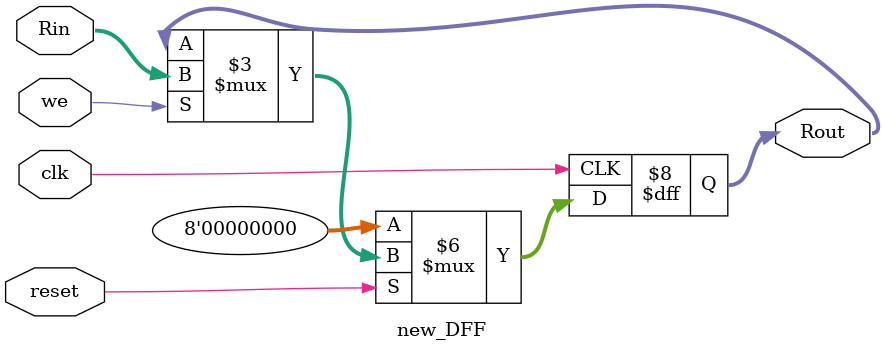
<source format=sv>
`timescale 1ns/1ns

module new_DFF#(parameter mem_width = 8)(
    input clk,
    input reset,
    input [mem_width-1 : 0] Rin,
    input we,
    output reg [mem_width-1 : 0] Rout);
    
    always @(negedge clk) begin 
        if(!reset) begin
            Rout <= 0;
        end
        else if(we) begin
            Rout <= Rin;
        end
    end
    
endmodule

</source>
